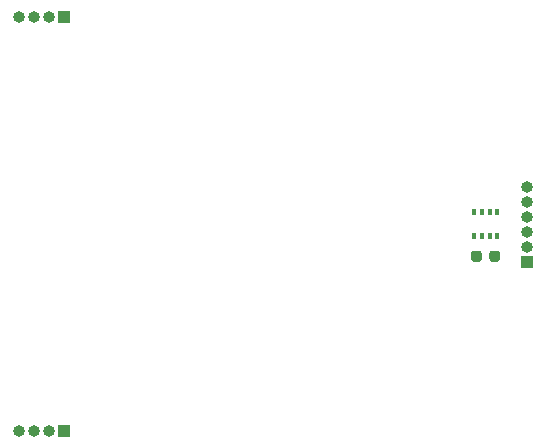
<source format=gts>
%TF.GenerationSoftware,KiCad,Pcbnew,(5.1.8)-1*%
%TF.CreationDate,2021-05-19T16:55:57+03:00*%
%TF.ProjectId,eInk_DS18B20,65496e6b-5f44-4533-9138-4232302e6b69,rev?*%
%TF.SameCoordinates,Original*%
%TF.FileFunction,Soldermask,Top*%
%TF.FilePolarity,Negative*%
%FSLAX46Y46*%
G04 Gerber Fmt 4.6, Leading zero omitted, Abs format (unit mm)*
G04 Created by KiCad (PCBNEW (5.1.8)-1) date 2021-05-19 16:55:57*
%MOMM*%
%LPD*%
G01*
G04 APERTURE LIST*
%ADD10O,1.000000X1.000000*%
%ADD11R,1.000000X1.000000*%
%ADD12R,0.350000X0.500000*%
G04 APERTURE END LIST*
D10*
%TO.C,J2*%
X69596000Y-94386400D03*
X70866000Y-94386400D03*
X72136000Y-94386400D03*
D11*
X73406000Y-94386400D03*
%TD*%
%TO.C,J3*%
X73406000Y-59283600D03*
D10*
X72136000Y-59283600D03*
X70866000Y-59283600D03*
X69596000Y-59283600D03*
%TD*%
%TO.C,C11*%
G36*
G01*
X108780400Y-79302800D02*
X108780400Y-79802800D01*
G75*
G02*
X108555400Y-80027800I-225000J0D01*
G01*
X108105400Y-80027800D01*
G75*
G02*
X107880400Y-79802800I0J225000D01*
G01*
X107880400Y-79302800D01*
G75*
G02*
X108105400Y-79077800I225000J0D01*
G01*
X108555400Y-79077800D01*
G75*
G02*
X108780400Y-79302800I0J-225000D01*
G01*
G37*
G36*
G01*
X110330400Y-79302800D02*
X110330400Y-79802800D01*
G75*
G02*
X110105400Y-80027800I-225000J0D01*
G01*
X109655400Y-80027800D01*
G75*
G02*
X109430400Y-79802800I0J225000D01*
G01*
X109430400Y-79302800D01*
G75*
G02*
X109655400Y-79077800I225000J0D01*
G01*
X110105400Y-79077800D01*
G75*
G02*
X110330400Y-79302800I0J-225000D01*
G01*
G37*
%TD*%
%TO.C,J4*%
X112649000Y-73660000D03*
X112649000Y-74930000D03*
X112649000Y-76200000D03*
X112649000Y-77470000D03*
X112649000Y-78740000D03*
D11*
X112649000Y-80010000D03*
%TD*%
D12*
%TO.C,U1*%
X110093400Y-77860000D03*
X109443400Y-77860000D03*
X108793400Y-77860000D03*
X108143400Y-77860000D03*
X108143400Y-75810000D03*
X108793400Y-75810000D03*
X109443400Y-75810000D03*
X110093400Y-75810000D03*
%TD*%
M02*

</source>
